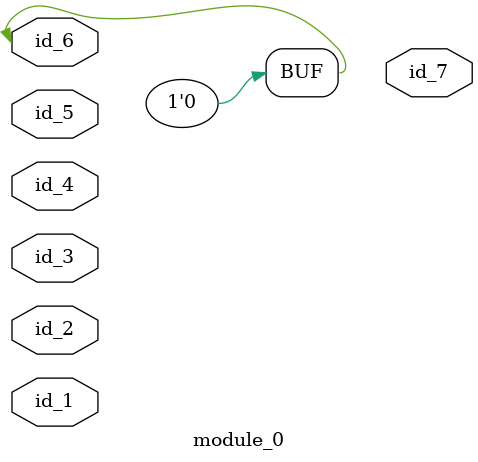
<source format=v>
module module_0 (
    id_1,
    id_2,
    id_3,
    id_4,
    id_5,
    id_6,
    id_7
);
  output id_7;
  inout id_6;
  input id_5;
  input id_4;
  inout id_3;
  inout id_2;
  inout id_1;
  assign {id_6, 1} = id_4;
endmodule

</source>
